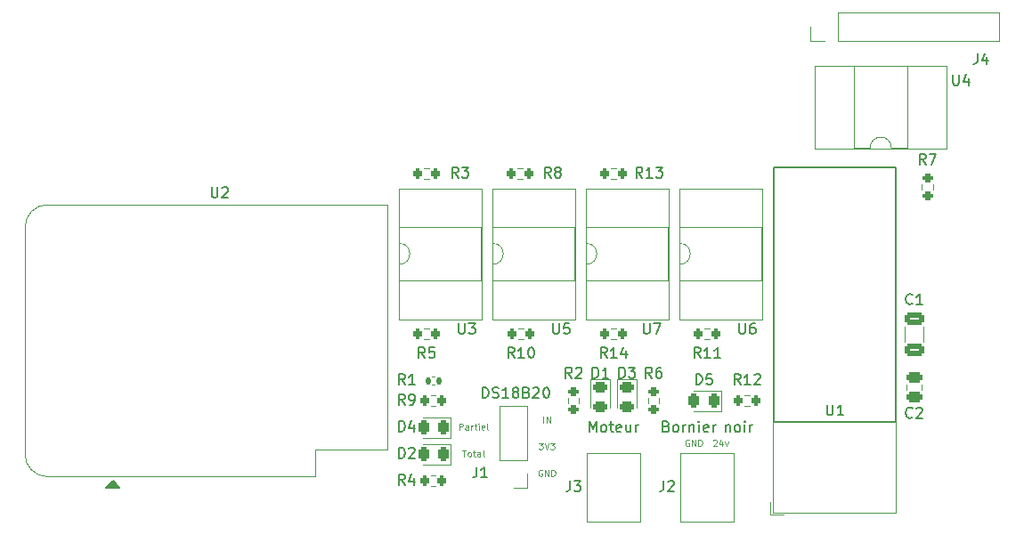
<source format=gbr>
%TF.GenerationSoftware,KiCad,Pcbnew,(7.0.0-0)*%
%TF.CreationDate,2023-05-22T11:06:43+02:00*%
%TF.ProjectId,garage-door-driver,67617261-6765-42d6-946f-6f722d647269,rev?*%
%TF.SameCoordinates,Original*%
%TF.FileFunction,Legend,Top*%
%TF.FilePolarity,Positive*%
%FSLAX46Y46*%
G04 Gerber Fmt 4.6, Leading zero omitted, Abs format (unit mm)*
G04 Created by KiCad (PCBNEW (7.0.0-0)) date 2023-05-22 11:06:43*
%MOMM*%
%LPD*%
G01*
G04 APERTURE LIST*
G04 Aperture macros list*
%AMRoundRect*
0 Rectangle with rounded corners*
0 $1 Rounding radius*
0 $2 $3 $4 $5 $6 $7 $8 $9 X,Y pos of 4 corners*
0 Add a 4 corners polygon primitive as box body*
4,1,4,$2,$3,$4,$5,$6,$7,$8,$9,$2,$3,0*
0 Add four circle primitives for the rounded corners*
1,1,$1+$1,$2,$3*
1,1,$1+$1,$4,$5*
1,1,$1+$1,$6,$7*
1,1,$1+$1,$8,$9*
0 Add four rect primitives between the rounded corners*
20,1,$1+$1,$2,$3,$4,$5,0*
20,1,$1+$1,$4,$5,$6,$7,0*
20,1,$1+$1,$6,$7,$8,$9,0*
20,1,$1+$1,$8,$9,$2,$3,0*%
G04 Aperture macros list end*
%ADD10C,0.150000*%
%ADD11C,0.125000*%
%ADD12C,0.120000*%
%ADD13C,0.100000*%
%ADD14RoundRect,0.200000X0.200000X0.275000X-0.200000X0.275000X-0.200000X-0.275000X0.200000X-0.275000X0*%
%ADD15RoundRect,0.200000X0.275000X-0.200000X0.275000X0.200000X-0.275000X0.200000X-0.275000X-0.200000X0*%
%ADD16RoundRect,0.250000X-0.650000X0.325000X-0.650000X-0.325000X0.650000X-0.325000X0.650000X0.325000X0*%
%ADD17R,1.600000X3.100000*%
%ADD18RoundRect,0.250000X0.475000X-0.250000X0.475000X0.250000X-0.475000X0.250000X-0.475000X-0.250000X0*%
%ADD19RoundRect,0.135000X0.135000X0.185000X-0.135000X0.185000X-0.135000X-0.185000X0.135000X-0.185000X0*%
%ADD20RoundRect,0.243750X0.243750X0.456250X-0.243750X0.456250X-0.243750X-0.456250X0.243750X-0.456250X0*%
%ADD21R,1.700000X1.700000*%
%ADD22O,1.700000X1.700000*%
%ADD23R,2.000000X2.000000*%
%ADD24O,1.600000X2.000000*%
%ADD25R,3.100000X1.600000*%
%ADD26RoundRect,0.243750X-0.456250X0.243750X-0.456250X-0.243750X0.456250X-0.243750X0.456250X0.243750X0*%
%ADD27C,1.300000*%
%ADD28C,1.950000*%
%ADD29RoundRect,0.200000X-0.200000X-0.275000X0.200000X-0.275000X0.200000X0.275000X-0.200000X0.275000X0*%
%ADD30R,1.500000X2.300000*%
%ADD31O,1.500000X2.300000*%
G04 APERTURE END LIST*
D10*
X185420000Y-74295000D02*
X197038000Y-74295000D01*
X197038000Y-74295000D02*
X197038000Y-98517500D01*
X197038000Y-98517500D02*
X185420000Y-98517500D01*
X185420000Y-98517500D02*
X185420000Y-74295000D01*
D11*
X163372857Y-103094000D02*
X163315715Y-103065428D01*
X163315715Y-103065428D02*
X163230000Y-103065428D01*
X163230000Y-103065428D02*
X163144286Y-103094000D01*
X163144286Y-103094000D02*
X163087143Y-103151142D01*
X163087143Y-103151142D02*
X163058572Y-103208285D01*
X163058572Y-103208285D02*
X163030000Y-103322571D01*
X163030000Y-103322571D02*
X163030000Y-103408285D01*
X163030000Y-103408285D02*
X163058572Y-103522571D01*
X163058572Y-103522571D02*
X163087143Y-103579714D01*
X163087143Y-103579714D02*
X163144286Y-103636857D01*
X163144286Y-103636857D02*
X163230000Y-103665428D01*
X163230000Y-103665428D02*
X163287143Y-103665428D01*
X163287143Y-103665428D02*
X163372857Y-103636857D01*
X163372857Y-103636857D02*
X163401429Y-103608285D01*
X163401429Y-103608285D02*
X163401429Y-103408285D01*
X163401429Y-103408285D02*
X163287143Y-103408285D01*
X163658572Y-103665428D02*
X163658572Y-103065428D01*
X163658572Y-103065428D02*
X164001429Y-103665428D01*
X164001429Y-103665428D02*
X164001429Y-103065428D01*
X164287143Y-103665428D02*
X164287143Y-103065428D01*
X164287143Y-103065428D02*
X164430000Y-103065428D01*
X164430000Y-103065428D02*
X164515714Y-103094000D01*
X164515714Y-103094000D02*
X164572857Y-103151142D01*
X164572857Y-103151142D02*
X164601428Y-103208285D01*
X164601428Y-103208285D02*
X164630000Y-103322571D01*
X164630000Y-103322571D02*
X164630000Y-103408285D01*
X164630000Y-103408285D02*
X164601428Y-103522571D01*
X164601428Y-103522571D02*
X164572857Y-103579714D01*
X164572857Y-103579714D02*
X164515714Y-103636857D01*
X164515714Y-103636857D02*
X164430000Y-103665428D01*
X164430000Y-103665428D02*
X164287143Y-103665428D01*
X177342857Y-100256000D02*
X177285715Y-100227428D01*
X177285715Y-100227428D02*
X177200000Y-100227428D01*
X177200000Y-100227428D02*
X177114286Y-100256000D01*
X177114286Y-100256000D02*
X177057143Y-100313142D01*
X177057143Y-100313142D02*
X177028572Y-100370285D01*
X177028572Y-100370285D02*
X177000000Y-100484571D01*
X177000000Y-100484571D02*
X177000000Y-100570285D01*
X177000000Y-100570285D02*
X177028572Y-100684571D01*
X177028572Y-100684571D02*
X177057143Y-100741714D01*
X177057143Y-100741714D02*
X177114286Y-100798857D01*
X177114286Y-100798857D02*
X177200000Y-100827428D01*
X177200000Y-100827428D02*
X177257143Y-100827428D01*
X177257143Y-100827428D02*
X177342857Y-100798857D01*
X177342857Y-100798857D02*
X177371429Y-100770285D01*
X177371429Y-100770285D02*
X177371429Y-100570285D01*
X177371429Y-100570285D02*
X177257143Y-100570285D01*
X177628572Y-100827428D02*
X177628572Y-100227428D01*
X177628572Y-100227428D02*
X177971429Y-100827428D01*
X177971429Y-100827428D02*
X177971429Y-100227428D01*
X178257143Y-100827428D02*
X178257143Y-100227428D01*
X178257143Y-100227428D02*
X178400000Y-100227428D01*
X178400000Y-100227428D02*
X178485714Y-100256000D01*
X178485714Y-100256000D02*
X178542857Y-100313142D01*
X178542857Y-100313142D02*
X178571428Y-100370285D01*
X178571428Y-100370285D02*
X178600000Y-100484571D01*
X178600000Y-100484571D02*
X178600000Y-100570285D01*
X178600000Y-100570285D02*
X178571428Y-100684571D01*
X178571428Y-100684571D02*
X178542857Y-100741714D01*
X178542857Y-100741714D02*
X178485714Y-100798857D01*
X178485714Y-100798857D02*
X178400000Y-100827428D01*
X178400000Y-100827428D02*
X178257143Y-100827428D01*
X155802142Y-101220428D02*
X156145000Y-101220428D01*
X155973571Y-101820428D02*
X155973571Y-101220428D01*
X156430714Y-101820428D02*
X156373571Y-101791857D01*
X156373571Y-101791857D02*
X156345000Y-101763285D01*
X156345000Y-101763285D02*
X156316428Y-101706142D01*
X156316428Y-101706142D02*
X156316428Y-101534714D01*
X156316428Y-101534714D02*
X156345000Y-101477571D01*
X156345000Y-101477571D02*
X156373571Y-101449000D01*
X156373571Y-101449000D02*
X156430714Y-101420428D01*
X156430714Y-101420428D02*
X156516428Y-101420428D01*
X156516428Y-101420428D02*
X156573571Y-101449000D01*
X156573571Y-101449000D02*
X156602143Y-101477571D01*
X156602143Y-101477571D02*
X156630714Y-101534714D01*
X156630714Y-101534714D02*
X156630714Y-101706142D01*
X156630714Y-101706142D02*
X156602143Y-101763285D01*
X156602143Y-101763285D02*
X156573571Y-101791857D01*
X156573571Y-101791857D02*
X156516428Y-101820428D01*
X156516428Y-101820428D02*
X156430714Y-101820428D01*
X156802142Y-101420428D02*
X157030714Y-101420428D01*
X156887857Y-101220428D02*
X156887857Y-101734714D01*
X156887857Y-101734714D02*
X156916428Y-101791857D01*
X156916428Y-101791857D02*
X156973571Y-101820428D01*
X156973571Y-101820428D02*
X157030714Y-101820428D01*
X157487857Y-101820428D02*
X157487857Y-101506142D01*
X157487857Y-101506142D02*
X157459285Y-101449000D01*
X157459285Y-101449000D02*
X157402142Y-101420428D01*
X157402142Y-101420428D02*
X157287857Y-101420428D01*
X157287857Y-101420428D02*
X157230714Y-101449000D01*
X157487857Y-101791857D02*
X157430714Y-101820428D01*
X157430714Y-101820428D02*
X157287857Y-101820428D01*
X157287857Y-101820428D02*
X157230714Y-101791857D01*
X157230714Y-101791857D02*
X157202142Y-101734714D01*
X157202142Y-101734714D02*
X157202142Y-101677571D01*
X157202142Y-101677571D02*
X157230714Y-101620428D01*
X157230714Y-101620428D02*
X157287857Y-101591857D01*
X157287857Y-101591857D02*
X157430714Y-101591857D01*
X157430714Y-101591857D02*
X157487857Y-101563285D01*
X157859285Y-101820428D02*
X157802142Y-101791857D01*
X157802142Y-101791857D02*
X157773571Y-101734714D01*
X157773571Y-101734714D02*
X157773571Y-101220428D01*
D10*
X175196428Y-98953571D02*
X175339285Y-99001190D01*
X175339285Y-99001190D02*
X175386904Y-99048809D01*
X175386904Y-99048809D02*
X175434523Y-99144047D01*
X175434523Y-99144047D02*
X175434523Y-99286904D01*
X175434523Y-99286904D02*
X175386904Y-99382142D01*
X175386904Y-99382142D02*
X175339285Y-99429761D01*
X175339285Y-99429761D02*
X175244047Y-99477380D01*
X175244047Y-99477380D02*
X174863095Y-99477380D01*
X174863095Y-99477380D02*
X174863095Y-98477380D01*
X174863095Y-98477380D02*
X175196428Y-98477380D01*
X175196428Y-98477380D02*
X175291666Y-98525000D01*
X175291666Y-98525000D02*
X175339285Y-98572619D01*
X175339285Y-98572619D02*
X175386904Y-98667857D01*
X175386904Y-98667857D02*
X175386904Y-98763095D01*
X175386904Y-98763095D02*
X175339285Y-98858333D01*
X175339285Y-98858333D02*
X175291666Y-98905952D01*
X175291666Y-98905952D02*
X175196428Y-98953571D01*
X175196428Y-98953571D02*
X174863095Y-98953571D01*
X176005952Y-99477380D02*
X175910714Y-99429761D01*
X175910714Y-99429761D02*
X175863095Y-99382142D01*
X175863095Y-99382142D02*
X175815476Y-99286904D01*
X175815476Y-99286904D02*
X175815476Y-99001190D01*
X175815476Y-99001190D02*
X175863095Y-98905952D01*
X175863095Y-98905952D02*
X175910714Y-98858333D01*
X175910714Y-98858333D02*
X176005952Y-98810714D01*
X176005952Y-98810714D02*
X176148809Y-98810714D01*
X176148809Y-98810714D02*
X176244047Y-98858333D01*
X176244047Y-98858333D02*
X176291666Y-98905952D01*
X176291666Y-98905952D02*
X176339285Y-99001190D01*
X176339285Y-99001190D02*
X176339285Y-99286904D01*
X176339285Y-99286904D02*
X176291666Y-99382142D01*
X176291666Y-99382142D02*
X176244047Y-99429761D01*
X176244047Y-99429761D02*
X176148809Y-99477380D01*
X176148809Y-99477380D02*
X176005952Y-99477380D01*
X176767857Y-99477380D02*
X176767857Y-98810714D01*
X176767857Y-99001190D02*
X176815476Y-98905952D01*
X176815476Y-98905952D02*
X176863095Y-98858333D01*
X176863095Y-98858333D02*
X176958333Y-98810714D01*
X176958333Y-98810714D02*
X177053571Y-98810714D01*
X177386905Y-98810714D02*
X177386905Y-99477380D01*
X177386905Y-98905952D02*
X177434524Y-98858333D01*
X177434524Y-98858333D02*
X177529762Y-98810714D01*
X177529762Y-98810714D02*
X177672619Y-98810714D01*
X177672619Y-98810714D02*
X177767857Y-98858333D01*
X177767857Y-98858333D02*
X177815476Y-98953571D01*
X177815476Y-98953571D02*
X177815476Y-99477380D01*
X178291667Y-99477380D02*
X178291667Y-98810714D01*
X178291667Y-98477380D02*
X178244048Y-98525000D01*
X178244048Y-98525000D02*
X178291667Y-98572619D01*
X178291667Y-98572619D02*
X178339286Y-98525000D01*
X178339286Y-98525000D02*
X178291667Y-98477380D01*
X178291667Y-98477380D02*
X178291667Y-98572619D01*
X179148809Y-99429761D02*
X179053571Y-99477380D01*
X179053571Y-99477380D02*
X178863095Y-99477380D01*
X178863095Y-99477380D02*
X178767857Y-99429761D01*
X178767857Y-99429761D02*
X178720238Y-99334523D01*
X178720238Y-99334523D02*
X178720238Y-98953571D01*
X178720238Y-98953571D02*
X178767857Y-98858333D01*
X178767857Y-98858333D02*
X178863095Y-98810714D01*
X178863095Y-98810714D02*
X179053571Y-98810714D01*
X179053571Y-98810714D02*
X179148809Y-98858333D01*
X179148809Y-98858333D02*
X179196428Y-98953571D01*
X179196428Y-98953571D02*
X179196428Y-99048809D01*
X179196428Y-99048809D02*
X178720238Y-99144047D01*
X179625000Y-99477380D02*
X179625000Y-98810714D01*
X179625000Y-99001190D02*
X179672619Y-98905952D01*
X179672619Y-98905952D02*
X179720238Y-98858333D01*
X179720238Y-98858333D02*
X179815476Y-98810714D01*
X179815476Y-98810714D02*
X179910714Y-98810714D01*
X180844048Y-98810714D02*
X180844048Y-99477380D01*
X180844048Y-98905952D02*
X180891667Y-98858333D01*
X180891667Y-98858333D02*
X180986905Y-98810714D01*
X180986905Y-98810714D02*
X181129762Y-98810714D01*
X181129762Y-98810714D02*
X181225000Y-98858333D01*
X181225000Y-98858333D02*
X181272619Y-98953571D01*
X181272619Y-98953571D02*
X181272619Y-99477380D01*
X181891667Y-99477380D02*
X181796429Y-99429761D01*
X181796429Y-99429761D02*
X181748810Y-99382142D01*
X181748810Y-99382142D02*
X181701191Y-99286904D01*
X181701191Y-99286904D02*
X181701191Y-99001190D01*
X181701191Y-99001190D02*
X181748810Y-98905952D01*
X181748810Y-98905952D02*
X181796429Y-98858333D01*
X181796429Y-98858333D02*
X181891667Y-98810714D01*
X181891667Y-98810714D02*
X182034524Y-98810714D01*
X182034524Y-98810714D02*
X182129762Y-98858333D01*
X182129762Y-98858333D02*
X182177381Y-98905952D01*
X182177381Y-98905952D02*
X182225000Y-99001190D01*
X182225000Y-99001190D02*
X182225000Y-99286904D01*
X182225000Y-99286904D02*
X182177381Y-99382142D01*
X182177381Y-99382142D02*
X182129762Y-99429761D01*
X182129762Y-99429761D02*
X182034524Y-99477380D01*
X182034524Y-99477380D02*
X181891667Y-99477380D01*
X182653572Y-99477380D02*
X182653572Y-98810714D01*
X182653572Y-98477380D02*
X182605953Y-98525000D01*
X182605953Y-98525000D02*
X182653572Y-98572619D01*
X182653572Y-98572619D02*
X182701191Y-98525000D01*
X182701191Y-98525000D02*
X182653572Y-98477380D01*
X182653572Y-98477380D02*
X182653572Y-98572619D01*
X183129762Y-99477380D02*
X183129762Y-98810714D01*
X183129762Y-99001190D02*
X183177381Y-98905952D01*
X183177381Y-98905952D02*
X183225000Y-98858333D01*
X183225000Y-98858333D02*
X183320238Y-98810714D01*
X183320238Y-98810714D02*
X183415476Y-98810714D01*
D11*
X163515715Y-98585428D02*
X163515715Y-97985428D01*
X163801429Y-98585428D02*
X163801429Y-97985428D01*
X163801429Y-97985428D02*
X164144286Y-98585428D01*
X164144286Y-98585428D02*
X164144286Y-97985428D01*
D10*
X157718095Y-96242380D02*
X157718095Y-95242380D01*
X157718095Y-95242380D02*
X157956190Y-95242380D01*
X157956190Y-95242380D02*
X158099047Y-95290000D01*
X158099047Y-95290000D02*
X158194285Y-95385238D01*
X158194285Y-95385238D02*
X158241904Y-95480476D01*
X158241904Y-95480476D02*
X158289523Y-95670952D01*
X158289523Y-95670952D02*
X158289523Y-95813809D01*
X158289523Y-95813809D02*
X158241904Y-96004285D01*
X158241904Y-96004285D02*
X158194285Y-96099523D01*
X158194285Y-96099523D02*
X158099047Y-96194761D01*
X158099047Y-96194761D02*
X157956190Y-96242380D01*
X157956190Y-96242380D02*
X157718095Y-96242380D01*
X158670476Y-96194761D02*
X158813333Y-96242380D01*
X158813333Y-96242380D02*
X159051428Y-96242380D01*
X159051428Y-96242380D02*
X159146666Y-96194761D01*
X159146666Y-96194761D02*
X159194285Y-96147142D01*
X159194285Y-96147142D02*
X159241904Y-96051904D01*
X159241904Y-96051904D02*
X159241904Y-95956666D01*
X159241904Y-95956666D02*
X159194285Y-95861428D01*
X159194285Y-95861428D02*
X159146666Y-95813809D01*
X159146666Y-95813809D02*
X159051428Y-95766190D01*
X159051428Y-95766190D02*
X158860952Y-95718571D01*
X158860952Y-95718571D02*
X158765714Y-95670952D01*
X158765714Y-95670952D02*
X158718095Y-95623333D01*
X158718095Y-95623333D02*
X158670476Y-95528095D01*
X158670476Y-95528095D02*
X158670476Y-95432857D01*
X158670476Y-95432857D02*
X158718095Y-95337619D01*
X158718095Y-95337619D02*
X158765714Y-95290000D01*
X158765714Y-95290000D02*
X158860952Y-95242380D01*
X158860952Y-95242380D02*
X159099047Y-95242380D01*
X159099047Y-95242380D02*
X159241904Y-95290000D01*
X160194285Y-96242380D02*
X159622857Y-96242380D01*
X159908571Y-96242380D02*
X159908571Y-95242380D01*
X159908571Y-95242380D02*
X159813333Y-95385238D01*
X159813333Y-95385238D02*
X159718095Y-95480476D01*
X159718095Y-95480476D02*
X159622857Y-95528095D01*
X160765714Y-95670952D02*
X160670476Y-95623333D01*
X160670476Y-95623333D02*
X160622857Y-95575714D01*
X160622857Y-95575714D02*
X160575238Y-95480476D01*
X160575238Y-95480476D02*
X160575238Y-95432857D01*
X160575238Y-95432857D02*
X160622857Y-95337619D01*
X160622857Y-95337619D02*
X160670476Y-95290000D01*
X160670476Y-95290000D02*
X160765714Y-95242380D01*
X160765714Y-95242380D02*
X160956190Y-95242380D01*
X160956190Y-95242380D02*
X161051428Y-95290000D01*
X161051428Y-95290000D02*
X161099047Y-95337619D01*
X161099047Y-95337619D02*
X161146666Y-95432857D01*
X161146666Y-95432857D02*
X161146666Y-95480476D01*
X161146666Y-95480476D02*
X161099047Y-95575714D01*
X161099047Y-95575714D02*
X161051428Y-95623333D01*
X161051428Y-95623333D02*
X160956190Y-95670952D01*
X160956190Y-95670952D02*
X160765714Y-95670952D01*
X160765714Y-95670952D02*
X160670476Y-95718571D01*
X160670476Y-95718571D02*
X160622857Y-95766190D01*
X160622857Y-95766190D02*
X160575238Y-95861428D01*
X160575238Y-95861428D02*
X160575238Y-96051904D01*
X160575238Y-96051904D02*
X160622857Y-96147142D01*
X160622857Y-96147142D02*
X160670476Y-96194761D01*
X160670476Y-96194761D02*
X160765714Y-96242380D01*
X160765714Y-96242380D02*
X160956190Y-96242380D01*
X160956190Y-96242380D02*
X161051428Y-96194761D01*
X161051428Y-96194761D02*
X161099047Y-96147142D01*
X161099047Y-96147142D02*
X161146666Y-96051904D01*
X161146666Y-96051904D02*
X161146666Y-95861428D01*
X161146666Y-95861428D02*
X161099047Y-95766190D01*
X161099047Y-95766190D02*
X161051428Y-95718571D01*
X161051428Y-95718571D02*
X160956190Y-95670952D01*
X161908571Y-95718571D02*
X162051428Y-95766190D01*
X162051428Y-95766190D02*
X162099047Y-95813809D01*
X162099047Y-95813809D02*
X162146666Y-95909047D01*
X162146666Y-95909047D02*
X162146666Y-96051904D01*
X162146666Y-96051904D02*
X162099047Y-96147142D01*
X162099047Y-96147142D02*
X162051428Y-96194761D01*
X162051428Y-96194761D02*
X161956190Y-96242380D01*
X161956190Y-96242380D02*
X161575238Y-96242380D01*
X161575238Y-96242380D02*
X161575238Y-95242380D01*
X161575238Y-95242380D02*
X161908571Y-95242380D01*
X161908571Y-95242380D02*
X162003809Y-95290000D01*
X162003809Y-95290000D02*
X162051428Y-95337619D01*
X162051428Y-95337619D02*
X162099047Y-95432857D01*
X162099047Y-95432857D02*
X162099047Y-95528095D01*
X162099047Y-95528095D02*
X162051428Y-95623333D01*
X162051428Y-95623333D02*
X162003809Y-95670952D01*
X162003809Y-95670952D02*
X161908571Y-95718571D01*
X161908571Y-95718571D02*
X161575238Y-95718571D01*
X162527619Y-95337619D02*
X162575238Y-95290000D01*
X162575238Y-95290000D02*
X162670476Y-95242380D01*
X162670476Y-95242380D02*
X162908571Y-95242380D01*
X162908571Y-95242380D02*
X163003809Y-95290000D01*
X163003809Y-95290000D02*
X163051428Y-95337619D01*
X163051428Y-95337619D02*
X163099047Y-95432857D01*
X163099047Y-95432857D02*
X163099047Y-95528095D01*
X163099047Y-95528095D02*
X163051428Y-95670952D01*
X163051428Y-95670952D02*
X162480000Y-96242380D01*
X162480000Y-96242380D02*
X163099047Y-96242380D01*
X163718095Y-95242380D02*
X163813333Y-95242380D01*
X163813333Y-95242380D02*
X163908571Y-95290000D01*
X163908571Y-95290000D02*
X163956190Y-95337619D01*
X163956190Y-95337619D02*
X164003809Y-95432857D01*
X164003809Y-95432857D02*
X164051428Y-95623333D01*
X164051428Y-95623333D02*
X164051428Y-95861428D01*
X164051428Y-95861428D02*
X164003809Y-96051904D01*
X164003809Y-96051904D02*
X163956190Y-96147142D01*
X163956190Y-96147142D02*
X163908571Y-96194761D01*
X163908571Y-96194761D02*
X163813333Y-96242380D01*
X163813333Y-96242380D02*
X163718095Y-96242380D01*
X163718095Y-96242380D02*
X163622857Y-96194761D01*
X163622857Y-96194761D02*
X163575238Y-96147142D01*
X163575238Y-96147142D02*
X163527619Y-96051904D01*
X163527619Y-96051904D02*
X163480000Y-95861428D01*
X163480000Y-95861428D02*
X163480000Y-95623333D01*
X163480000Y-95623333D02*
X163527619Y-95432857D01*
X163527619Y-95432857D02*
X163575238Y-95337619D01*
X163575238Y-95337619D02*
X163622857Y-95290000D01*
X163622857Y-95290000D02*
X163718095Y-95242380D01*
D11*
X179654285Y-100284571D02*
X179682857Y-100256000D01*
X179682857Y-100256000D02*
X179740000Y-100227428D01*
X179740000Y-100227428D02*
X179882857Y-100227428D01*
X179882857Y-100227428D02*
X179940000Y-100256000D01*
X179940000Y-100256000D02*
X179968571Y-100284571D01*
X179968571Y-100284571D02*
X179997142Y-100341714D01*
X179997142Y-100341714D02*
X179997142Y-100398857D01*
X179997142Y-100398857D02*
X179968571Y-100484571D01*
X179968571Y-100484571D02*
X179625714Y-100827428D01*
X179625714Y-100827428D02*
X179997142Y-100827428D01*
X180511429Y-100427428D02*
X180511429Y-100827428D01*
X180368571Y-100198857D02*
X180225714Y-100627428D01*
X180225714Y-100627428D02*
X180597143Y-100627428D01*
X180768572Y-100427428D02*
X180911429Y-100827428D01*
X180911429Y-100827428D02*
X181054286Y-100427428D01*
X155502143Y-99280428D02*
X155502143Y-98680428D01*
X155502143Y-98680428D02*
X155730714Y-98680428D01*
X155730714Y-98680428D02*
X155787857Y-98709000D01*
X155787857Y-98709000D02*
X155816428Y-98737571D01*
X155816428Y-98737571D02*
X155845000Y-98794714D01*
X155845000Y-98794714D02*
X155845000Y-98880428D01*
X155845000Y-98880428D02*
X155816428Y-98937571D01*
X155816428Y-98937571D02*
X155787857Y-98966142D01*
X155787857Y-98966142D02*
X155730714Y-98994714D01*
X155730714Y-98994714D02*
X155502143Y-98994714D01*
X156359286Y-99280428D02*
X156359286Y-98966142D01*
X156359286Y-98966142D02*
X156330714Y-98909000D01*
X156330714Y-98909000D02*
X156273571Y-98880428D01*
X156273571Y-98880428D02*
X156159286Y-98880428D01*
X156159286Y-98880428D02*
X156102143Y-98909000D01*
X156359286Y-99251857D02*
X156302143Y-99280428D01*
X156302143Y-99280428D02*
X156159286Y-99280428D01*
X156159286Y-99280428D02*
X156102143Y-99251857D01*
X156102143Y-99251857D02*
X156073571Y-99194714D01*
X156073571Y-99194714D02*
X156073571Y-99137571D01*
X156073571Y-99137571D02*
X156102143Y-99080428D01*
X156102143Y-99080428D02*
X156159286Y-99051857D01*
X156159286Y-99051857D02*
X156302143Y-99051857D01*
X156302143Y-99051857D02*
X156359286Y-99023285D01*
X156645000Y-99280428D02*
X156645000Y-98880428D01*
X156645000Y-98994714D02*
X156673571Y-98937571D01*
X156673571Y-98937571D02*
X156702143Y-98909000D01*
X156702143Y-98909000D02*
X156759285Y-98880428D01*
X156759285Y-98880428D02*
X156816428Y-98880428D01*
X156930714Y-98880428D02*
X157159286Y-98880428D01*
X157016429Y-98680428D02*
X157016429Y-99194714D01*
X157016429Y-99194714D02*
X157045000Y-99251857D01*
X157045000Y-99251857D02*
X157102143Y-99280428D01*
X157102143Y-99280428D02*
X157159286Y-99280428D01*
X157359286Y-99280428D02*
X157359286Y-98880428D01*
X157359286Y-98680428D02*
X157330714Y-98709000D01*
X157330714Y-98709000D02*
X157359286Y-98737571D01*
X157359286Y-98737571D02*
X157387857Y-98709000D01*
X157387857Y-98709000D02*
X157359286Y-98680428D01*
X157359286Y-98680428D02*
X157359286Y-98737571D01*
X157873571Y-99251857D02*
X157816428Y-99280428D01*
X157816428Y-99280428D02*
X157702143Y-99280428D01*
X157702143Y-99280428D02*
X157645000Y-99251857D01*
X157645000Y-99251857D02*
X157616428Y-99194714D01*
X157616428Y-99194714D02*
X157616428Y-98966142D01*
X157616428Y-98966142D02*
X157645000Y-98909000D01*
X157645000Y-98909000D02*
X157702143Y-98880428D01*
X157702143Y-98880428D02*
X157816428Y-98880428D01*
X157816428Y-98880428D02*
X157873571Y-98909000D01*
X157873571Y-98909000D02*
X157902143Y-98966142D01*
X157902143Y-98966142D02*
X157902143Y-99023285D01*
X157902143Y-99023285D02*
X157616428Y-99080428D01*
X158245000Y-99280428D02*
X158187857Y-99251857D01*
X158187857Y-99251857D02*
X158159286Y-99194714D01*
X158159286Y-99194714D02*
X158159286Y-98680428D01*
X163087142Y-100525428D02*
X163458570Y-100525428D01*
X163458570Y-100525428D02*
X163258570Y-100754000D01*
X163258570Y-100754000D02*
X163344285Y-100754000D01*
X163344285Y-100754000D02*
X163401428Y-100782571D01*
X163401428Y-100782571D02*
X163429999Y-100811142D01*
X163429999Y-100811142D02*
X163458570Y-100868285D01*
X163458570Y-100868285D02*
X163458570Y-101011142D01*
X163458570Y-101011142D02*
X163429999Y-101068285D01*
X163429999Y-101068285D02*
X163401428Y-101096857D01*
X163401428Y-101096857D02*
X163344285Y-101125428D01*
X163344285Y-101125428D02*
X163172856Y-101125428D01*
X163172856Y-101125428D02*
X163115713Y-101096857D01*
X163115713Y-101096857D02*
X163087142Y-101068285D01*
X163629999Y-100525428D02*
X163829999Y-101125428D01*
X163829999Y-101125428D02*
X164029999Y-100525428D01*
X164172857Y-100525428D02*
X164544285Y-100525428D01*
X164544285Y-100525428D02*
X164344285Y-100754000D01*
X164344285Y-100754000D02*
X164430000Y-100754000D01*
X164430000Y-100754000D02*
X164487143Y-100782571D01*
X164487143Y-100782571D02*
X164515714Y-100811142D01*
X164515714Y-100811142D02*
X164544285Y-100868285D01*
X164544285Y-100868285D02*
X164544285Y-101011142D01*
X164544285Y-101011142D02*
X164515714Y-101068285D01*
X164515714Y-101068285D02*
X164487143Y-101096857D01*
X164487143Y-101096857D02*
X164430000Y-101125428D01*
X164430000Y-101125428D02*
X164258571Y-101125428D01*
X164258571Y-101125428D02*
X164201428Y-101096857D01*
X164201428Y-101096857D02*
X164172857Y-101068285D01*
D10*
X167878095Y-99477380D02*
X167878095Y-98477380D01*
X167878095Y-98477380D02*
X168211428Y-99191666D01*
X168211428Y-99191666D02*
X168544761Y-98477380D01*
X168544761Y-98477380D02*
X168544761Y-99477380D01*
X169163809Y-99477380D02*
X169068571Y-99429761D01*
X169068571Y-99429761D02*
X169020952Y-99382142D01*
X169020952Y-99382142D02*
X168973333Y-99286904D01*
X168973333Y-99286904D02*
X168973333Y-99001190D01*
X168973333Y-99001190D02*
X169020952Y-98905952D01*
X169020952Y-98905952D02*
X169068571Y-98858333D01*
X169068571Y-98858333D02*
X169163809Y-98810714D01*
X169163809Y-98810714D02*
X169306666Y-98810714D01*
X169306666Y-98810714D02*
X169401904Y-98858333D01*
X169401904Y-98858333D02*
X169449523Y-98905952D01*
X169449523Y-98905952D02*
X169497142Y-99001190D01*
X169497142Y-99001190D02*
X169497142Y-99286904D01*
X169497142Y-99286904D02*
X169449523Y-99382142D01*
X169449523Y-99382142D02*
X169401904Y-99429761D01*
X169401904Y-99429761D02*
X169306666Y-99477380D01*
X169306666Y-99477380D02*
X169163809Y-99477380D01*
X169782857Y-98810714D02*
X170163809Y-98810714D01*
X169925714Y-98477380D02*
X169925714Y-99334523D01*
X169925714Y-99334523D02*
X169973333Y-99429761D01*
X169973333Y-99429761D02*
X170068571Y-99477380D01*
X170068571Y-99477380D02*
X170163809Y-99477380D01*
X170878095Y-99429761D02*
X170782857Y-99477380D01*
X170782857Y-99477380D02*
X170592381Y-99477380D01*
X170592381Y-99477380D02*
X170497143Y-99429761D01*
X170497143Y-99429761D02*
X170449524Y-99334523D01*
X170449524Y-99334523D02*
X170449524Y-98953571D01*
X170449524Y-98953571D02*
X170497143Y-98858333D01*
X170497143Y-98858333D02*
X170592381Y-98810714D01*
X170592381Y-98810714D02*
X170782857Y-98810714D01*
X170782857Y-98810714D02*
X170878095Y-98858333D01*
X170878095Y-98858333D02*
X170925714Y-98953571D01*
X170925714Y-98953571D02*
X170925714Y-99048809D01*
X170925714Y-99048809D02*
X170449524Y-99144047D01*
X171782857Y-98810714D02*
X171782857Y-99477380D01*
X171354286Y-98810714D02*
X171354286Y-99334523D01*
X171354286Y-99334523D02*
X171401905Y-99429761D01*
X171401905Y-99429761D02*
X171497143Y-99477380D01*
X171497143Y-99477380D02*
X171640000Y-99477380D01*
X171640000Y-99477380D02*
X171735238Y-99429761D01*
X171735238Y-99429761D02*
X171782857Y-99382142D01*
X172259048Y-99477380D02*
X172259048Y-98810714D01*
X172259048Y-99001190D02*
X172306667Y-98905952D01*
X172306667Y-98905952D02*
X172354286Y-98858333D01*
X172354286Y-98858333D02*
X172449524Y-98810714D01*
X172449524Y-98810714D02*
X172544762Y-98810714D01*
%TO.C,R11*%
X178427142Y-92442380D02*
X178093809Y-91966190D01*
X177855714Y-92442380D02*
X177855714Y-91442380D01*
X177855714Y-91442380D02*
X178236666Y-91442380D01*
X178236666Y-91442380D02*
X178331904Y-91490000D01*
X178331904Y-91490000D02*
X178379523Y-91537619D01*
X178379523Y-91537619D02*
X178427142Y-91632857D01*
X178427142Y-91632857D02*
X178427142Y-91775714D01*
X178427142Y-91775714D02*
X178379523Y-91870952D01*
X178379523Y-91870952D02*
X178331904Y-91918571D01*
X178331904Y-91918571D02*
X178236666Y-91966190D01*
X178236666Y-91966190D02*
X177855714Y-91966190D01*
X179379523Y-92442380D02*
X178808095Y-92442380D01*
X179093809Y-92442380D02*
X179093809Y-91442380D01*
X179093809Y-91442380D02*
X178998571Y-91585238D01*
X178998571Y-91585238D02*
X178903333Y-91680476D01*
X178903333Y-91680476D02*
X178808095Y-91728095D01*
X180331904Y-92442380D02*
X179760476Y-92442380D01*
X180046190Y-92442380D02*
X180046190Y-91442380D01*
X180046190Y-91442380D02*
X179950952Y-91585238D01*
X179950952Y-91585238D02*
X179855714Y-91680476D01*
X179855714Y-91680476D02*
X179760476Y-91728095D01*
%TO.C,R6*%
X173823333Y-94347380D02*
X173490000Y-93871190D01*
X173251905Y-94347380D02*
X173251905Y-93347380D01*
X173251905Y-93347380D02*
X173632857Y-93347380D01*
X173632857Y-93347380D02*
X173728095Y-93395000D01*
X173728095Y-93395000D02*
X173775714Y-93442619D01*
X173775714Y-93442619D02*
X173823333Y-93537857D01*
X173823333Y-93537857D02*
X173823333Y-93680714D01*
X173823333Y-93680714D02*
X173775714Y-93775952D01*
X173775714Y-93775952D02*
X173728095Y-93823571D01*
X173728095Y-93823571D02*
X173632857Y-93871190D01*
X173632857Y-93871190D02*
X173251905Y-93871190D01*
X174680476Y-93347380D02*
X174490000Y-93347380D01*
X174490000Y-93347380D02*
X174394762Y-93395000D01*
X174394762Y-93395000D02*
X174347143Y-93442619D01*
X174347143Y-93442619D02*
X174251905Y-93585476D01*
X174251905Y-93585476D02*
X174204286Y-93775952D01*
X174204286Y-93775952D02*
X174204286Y-94156904D01*
X174204286Y-94156904D02*
X174251905Y-94252142D01*
X174251905Y-94252142D02*
X174299524Y-94299761D01*
X174299524Y-94299761D02*
X174394762Y-94347380D01*
X174394762Y-94347380D02*
X174585238Y-94347380D01*
X174585238Y-94347380D02*
X174680476Y-94299761D01*
X174680476Y-94299761D02*
X174728095Y-94252142D01*
X174728095Y-94252142D02*
X174775714Y-94156904D01*
X174775714Y-94156904D02*
X174775714Y-93918809D01*
X174775714Y-93918809D02*
X174728095Y-93823571D01*
X174728095Y-93823571D02*
X174680476Y-93775952D01*
X174680476Y-93775952D02*
X174585238Y-93728333D01*
X174585238Y-93728333D02*
X174394762Y-93728333D01*
X174394762Y-93728333D02*
X174299524Y-93775952D01*
X174299524Y-93775952D02*
X174251905Y-93823571D01*
X174251905Y-93823571D02*
X174204286Y-93918809D01*
%TO.C,C1*%
X198588333Y-87267142D02*
X198540714Y-87314761D01*
X198540714Y-87314761D02*
X198397857Y-87362380D01*
X198397857Y-87362380D02*
X198302619Y-87362380D01*
X198302619Y-87362380D02*
X198159762Y-87314761D01*
X198159762Y-87314761D02*
X198064524Y-87219523D01*
X198064524Y-87219523D02*
X198016905Y-87124285D01*
X198016905Y-87124285D02*
X197969286Y-86933809D01*
X197969286Y-86933809D02*
X197969286Y-86790952D01*
X197969286Y-86790952D02*
X198016905Y-86600476D01*
X198016905Y-86600476D02*
X198064524Y-86505238D01*
X198064524Y-86505238D02*
X198159762Y-86410000D01*
X198159762Y-86410000D02*
X198302619Y-86362380D01*
X198302619Y-86362380D02*
X198397857Y-86362380D01*
X198397857Y-86362380D02*
X198540714Y-86410000D01*
X198540714Y-86410000D02*
X198588333Y-86457619D01*
X199540714Y-87362380D02*
X198969286Y-87362380D01*
X199255000Y-87362380D02*
X199255000Y-86362380D01*
X199255000Y-86362380D02*
X199159762Y-86505238D01*
X199159762Y-86505238D02*
X199064524Y-86600476D01*
X199064524Y-86600476D02*
X198969286Y-86648095D01*
%TO.C,U3*%
X155448095Y-89152380D02*
X155448095Y-89961904D01*
X155448095Y-89961904D02*
X155495714Y-90057142D01*
X155495714Y-90057142D02*
X155543333Y-90104761D01*
X155543333Y-90104761D02*
X155638571Y-90152380D01*
X155638571Y-90152380D02*
X155829047Y-90152380D01*
X155829047Y-90152380D02*
X155924285Y-90104761D01*
X155924285Y-90104761D02*
X155971904Y-90057142D01*
X155971904Y-90057142D02*
X156019523Y-89961904D01*
X156019523Y-89961904D02*
X156019523Y-89152380D01*
X156400476Y-89152380D02*
X157019523Y-89152380D01*
X157019523Y-89152380D02*
X156686190Y-89533333D01*
X156686190Y-89533333D02*
X156829047Y-89533333D01*
X156829047Y-89533333D02*
X156924285Y-89580952D01*
X156924285Y-89580952D02*
X156971904Y-89628571D01*
X156971904Y-89628571D02*
X157019523Y-89723809D01*
X157019523Y-89723809D02*
X157019523Y-89961904D01*
X157019523Y-89961904D02*
X156971904Y-90057142D01*
X156971904Y-90057142D02*
X156924285Y-90104761D01*
X156924285Y-90104761D02*
X156829047Y-90152380D01*
X156829047Y-90152380D02*
X156543333Y-90152380D01*
X156543333Y-90152380D02*
X156448095Y-90104761D01*
X156448095Y-90104761D02*
X156400476Y-90057142D01*
%TO.C,C2*%
X198588333Y-98062142D02*
X198540714Y-98109761D01*
X198540714Y-98109761D02*
X198397857Y-98157380D01*
X198397857Y-98157380D02*
X198302619Y-98157380D01*
X198302619Y-98157380D02*
X198159762Y-98109761D01*
X198159762Y-98109761D02*
X198064524Y-98014523D01*
X198064524Y-98014523D02*
X198016905Y-97919285D01*
X198016905Y-97919285D02*
X197969286Y-97728809D01*
X197969286Y-97728809D02*
X197969286Y-97585952D01*
X197969286Y-97585952D02*
X198016905Y-97395476D01*
X198016905Y-97395476D02*
X198064524Y-97300238D01*
X198064524Y-97300238D02*
X198159762Y-97205000D01*
X198159762Y-97205000D02*
X198302619Y-97157380D01*
X198302619Y-97157380D02*
X198397857Y-97157380D01*
X198397857Y-97157380D02*
X198540714Y-97205000D01*
X198540714Y-97205000D02*
X198588333Y-97252619D01*
X198969286Y-97252619D02*
X199016905Y-97205000D01*
X199016905Y-97205000D02*
X199112143Y-97157380D01*
X199112143Y-97157380D02*
X199350238Y-97157380D01*
X199350238Y-97157380D02*
X199445476Y-97205000D01*
X199445476Y-97205000D02*
X199493095Y-97252619D01*
X199493095Y-97252619D02*
X199540714Y-97347857D01*
X199540714Y-97347857D02*
X199540714Y-97443095D01*
X199540714Y-97443095D02*
X199493095Y-97585952D01*
X199493095Y-97585952D02*
X198921667Y-98157380D01*
X198921667Y-98157380D02*
X199540714Y-98157380D01*
%TO.C,U5*%
X164426095Y-89152380D02*
X164426095Y-89961904D01*
X164426095Y-89961904D02*
X164473714Y-90057142D01*
X164473714Y-90057142D02*
X164521333Y-90104761D01*
X164521333Y-90104761D02*
X164616571Y-90152380D01*
X164616571Y-90152380D02*
X164807047Y-90152380D01*
X164807047Y-90152380D02*
X164902285Y-90104761D01*
X164902285Y-90104761D02*
X164949904Y-90057142D01*
X164949904Y-90057142D02*
X164997523Y-89961904D01*
X164997523Y-89961904D02*
X164997523Y-89152380D01*
X165949904Y-89152380D02*
X165473714Y-89152380D01*
X165473714Y-89152380D02*
X165426095Y-89628571D01*
X165426095Y-89628571D02*
X165473714Y-89580952D01*
X165473714Y-89580952D02*
X165568952Y-89533333D01*
X165568952Y-89533333D02*
X165807047Y-89533333D01*
X165807047Y-89533333D02*
X165902285Y-89580952D01*
X165902285Y-89580952D02*
X165949904Y-89628571D01*
X165949904Y-89628571D02*
X165997523Y-89723809D01*
X165997523Y-89723809D02*
X165997523Y-89961904D01*
X165997523Y-89961904D02*
X165949904Y-90057142D01*
X165949904Y-90057142D02*
X165902285Y-90104761D01*
X165902285Y-90104761D02*
X165807047Y-90152380D01*
X165807047Y-90152380D02*
X165568952Y-90152380D01*
X165568952Y-90152380D02*
X165473714Y-90104761D01*
X165473714Y-90104761D02*
X165426095Y-90057142D01*
%TO.C,R1*%
X150328333Y-94982380D02*
X149995000Y-94506190D01*
X149756905Y-94982380D02*
X149756905Y-93982380D01*
X149756905Y-93982380D02*
X150137857Y-93982380D01*
X150137857Y-93982380D02*
X150233095Y-94030000D01*
X150233095Y-94030000D02*
X150280714Y-94077619D01*
X150280714Y-94077619D02*
X150328333Y-94172857D01*
X150328333Y-94172857D02*
X150328333Y-94315714D01*
X150328333Y-94315714D02*
X150280714Y-94410952D01*
X150280714Y-94410952D02*
X150233095Y-94458571D01*
X150233095Y-94458571D02*
X150137857Y-94506190D01*
X150137857Y-94506190D02*
X149756905Y-94506190D01*
X151280714Y-94982380D02*
X150709286Y-94982380D01*
X150995000Y-94982380D02*
X150995000Y-93982380D01*
X150995000Y-93982380D02*
X150899762Y-94125238D01*
X150899762Y-94125238D02*
X150804524Y-94220476D01*
X150804524Y-94220476D02*
X150709286Y-94268095D01*
%TO.C,D2*%
X149756905Y-101967380D02*
X149756905Y-100967380D01*
X149756905Y-100967380D02*
X149995000Y-100967380D01*
X149995000Y-100967380D02*
X150137857Y-101015000D01*
X150137857Y-101015000D02*
X150233095Y-101110238D01*
X150233095Y-101110238D02*
X150280714Y-101205476D01*
X150280714Y-101205476D02*
X150328333Y-101395952D01*
X150328333Y-101395952D02*
X150328333Y-101538809D01*
X150328333Y-101538809D02*
X150280714Y-101729285D01*
X150280714Y-101729285D02*
X150233095Y-101824523D01*
X150233095Y-101824523D02*
X150137857Y-101919761D01*
X150137857Y-101919761D02*
X149995000Y-101967380D01*
X149995000Y-101967380D02*
X149756905Y-101967380D01*
X150709286Y-101062619D02*
X150756905Y-101015000D01*
X150756905Y-101015000D02*
X150852143Y-100967380D01*
X150852143Y-100967380D02*
X151090238Y-100967380D01*
X151090238Y-100967380D02*
X151185476Y-101015000D01*
X151185476Y-101015000D02*
X151233095Y-101062619D01*
X151233095Y-101062619D02*
X151280714Y-101157857D01*
X151280714Y-101157857D02*
X151280714Y-101253095D01*
X151280714Y-101253095D02*
X151233095Y-101395952D01*
X151233095Y-101395952D02*
X150661667Y-101967380D01*
X150661667Y-101967380D02*
X151280714Y-101967380D01*
%TO.C,R14*%
X169537142Y-92442380D02*
X169203809Y-91966190D01*
X168965714Y-92442380D02*
X168965714Y-91442380D01*
X168965714Y-91442380D02*
X169346666Y-91442380D01*
X169346666Y-91442380D02*
X169441904Y-91490000D01*
X169441904Y-91490000D02*
X169489523Y-91537619D01*
X169489523Y-91537619D02*
X169537142Y-91632857D01*
X169537142Y-91632857D02*
X169537142Y-91775714D01*
X169537142Y-91775714D02*
X169489523Y-91870952D01*
X169489523Y-91870952D02*
X169441904Y-91918571D01*
X169441904Y-91918571D02*
X169346666Y-91966190D01*
X169346666Y-91966190D02*
X168965714Y-91966190D01*
X170489523Y-92442380D02*
X169918095Y-92442380D01*
X170203809Y-92442380D02*
X170203809Y-91442380D01*
X170203809Y-91442380D02*
X170108571Y-91585238D01*
X170108571Y-91585238D02*
X170013333Y-91680476D01*
X170013333Y-91680476D02*
X169918095Y-91728095D01*
X171346666Y-91775714D02*
X171346666Y-92442380D01*
X171108571Y-91394761D02*
X170870476Y-92109047D01*
X170870476Y-92109047D02*
X171489523Y-92109047D01*
%TO.C,R7*%
X199858333Y-74027380D02*
X199525000Y-73551190D01*
X199286905Y-74027380D02*
X199286905Y-73027380D01*
X199286905Y-73027380D02*
X199667857Y-73027380D01*
X199667857Y-73027380D02*
X199763095Y-73075000D01*
X199763095Y-73075000D02*
X199810714Y-73122619D01*
X199810714Y-73122619D02*
X199858333Y-73217857D01*
X199858333Y-73217857D02*
X199858333Y-73360714D01*
X199858333Y-73360714D02*
X199810714Y-73455952D01*
X199810714Y-73455952D02*
X199763095Y-73503571D01*
X199763095Y-73503571D02*
X199667857Y-73551190D01*
X199667857Y-73551190D02*
X199286905Y-73551190D01*
X200191667Y-73027380D02*
X200858333Y-73027380D01*
X200858333Y-73027380D02*
X200429762Y-74027380D01*
%TO.C,R12*%
X182237142Y-94982380D02*
X181903809Y-94506190D01*
X181665714Y-94982380D02*
X181665714Y-93982380D01*
X181665714Y-93982380D02*
X182046666Y-93982380D01*
X182046666Y-93982380D02*
X182141904Y-94030000D01*
X182141904Y-94030000D02*
X182189523Y-94077619D01*
X182189523Y-94077619D02*
X182237142Y-94172857D01*
X182237142Y-94172857D02*
X182237142Y-94315714D01*
X182237142Y-94315714D02*
X182189523Y-94410952D01*
X182189523Y-94410952D02*
X182141904Y-94458571D01*
X182141904Y-94458571D02*
X182046666Y-94506190D01*
X182046666Y-94506190D02*
X181665714Y-94506190D01*
X183189523Y-94982380D02*
X182618095Y-94982380D01*
X182903809Y-94982380D02*
X182903809Y-93982380D01*
X182903809Y-93982380D02*
X182808571Y-94125238D01*
X182808571Y-94125238D02*
X182713333Y-94220476D01*
X182713333Y-94220476D02*
X182618095Y-94268095D01*
X183570476Y-94077619D02*
X183618095Y-94030000D01*
X183618095Y-94030000D02*
X183713333Y-93982380D01*
X183713333Y-93982380D02*
X183951428Y-93982380D01*
X183951428Y-93982380D02*
X184046666Y-94030000D01*
X184046666Y-94030000D02*
X184094285Y-94077619D01*
X184094285Y-94077619D02*
X184141904Y-94172857D01*
X184141904Y-94172857D02*
X184141904Y-94268095D01*
X184141904Y-94268095D02*
X184094285Y-94410952D01*
X184094285Y-94410952D02*
X183522857Y-94982380D01*
X183522857Y-94982380D02*
X184141904Y-94982380D01*
%TO.C,R10*%
X160735142Y-92442380D02*
X160401809Y-91966190D01*
X160163714Y-92442380D02*
X160163714Y-91442380D01*
X160163714Y-91442380D02*
X160544666Y-91442380D01*
X160544666Y-91442380D02*
X160639904Y-91490000D01*
X160639904Y-91490000D02*
X160687523Y-91537619D01*
X160687523Y-91537619D02*
X160735142Y-91632857D01*
X160735142Y-91632857D02*
X160735142Y-91775714D01*
X160735142Y-91775714D02*
X160687523Y-91870952D01*
X160687523Y-91870952D02*
X160639904Y-91918571D01*
X160639904Y-91918571D02*
X160544666Y-91966190D01*
X160544666Y-91966190D02*
X160163714Y-91966190D01*
X161687523Y-92442380D02*
X161116095Y-92442380D01*
X161401809Y-92442380D02*
X161401809Y-91442380D01*
X161401809Y-91442380D02*
X161306571Y-91585238D01*
X161306571Y-91585238D02*
X161211333Y-91680476D01*
X161211333Y-91680476D02*
X161116095Y-91728095D01*
X162306571Y-91442380D02*
X162401809Y-91442380D01*
X162401809Y-91442380D02*
X162497047Y-91490000D01*
X162497047Y-91490000D02*
X162544666Y-91537619D01*
X162544666Y-91537619D02*
X162592285Y-91632857D01*
X162592285Y-91632857D02*
X162639904Y-91823333D01*
X162639904Y-91823333D02*
X162639904Y-92061428D01*
X162639904Y-92061428D02*
X162592285Y-92251904D01*
X162592285Y-92251904D02*
X162544666Y-92347142D01*
X162544666Y-92347142D02*
X162497047Y-92394761D01*
X162497047Y-92394761D02*
X162401809Y-92442380D01*
X162401809Y-92442380D02*
X162306571Y-92442380D01*
X162306571Y-92442380D02*
X162211333Y-92394761D01*
X162211333Y-92394761D02*
X162163714Y-92347142D01*
X162163714Y-92347142D02*
X162116095Y-92251904D01*
X162116095Y-92251904D02*
X162068476Y-92061428D01*
X162068476Y-92061428D02*
X162068476Y-91823333D01*
X162068476Y-91823333D02*
X162116095Y-91632857D01*
X162116095Y-91632857D02*
X162163714Y-91537619D01*
X162163714Y-91537619D02*
X162211333Y-91490000D01*
X162211333Y-91490000D02*
X162306571Y-91442380D01*
%TO.C,D5*%
X178029405Y-94982380D02*
X178029405Y-93982380D01*
X178029405Y-93982380D02*
X178267500Y-93982380D01*
X178267500Y-93982380D02*
X178410357Y-94030000D01*
X178410357Y-94030000D02*
X178505595Y-94125238D01*
X178505595Y-94125238D02*
X178553214Y-94220476D01*
X178553214Y-94220476D02*
X178600833Y-94410952D01*
X178600833Y-94410952D02*
X178600833Y-94553809D01*
X178600833Y-94553809D02*
X178553214Y-94744285D01*
X178553214Y-94744285D02*
X178505595Y-94839523D01*
X178505595Y-94839523D02*
X178410357Y-94934761D01*
X178410357Y-94934761D02*
X178267500Y-94982380D01*
X178267500Y-94982380D02*
X178029405Y-94982380D01*
X179505595Y-93982380D02*
X179029405Y-93982380D01*
X179029405Y-93982380D02*
X178981786Y-94458571D01*
X178981786Y-94458571D02*
X179029405Y-94410952D01*
X179029405Y-94410952D02*
X179124643Y-94363333D01*
X179124643Y-94363333D02*
X179362738Y-94363333D01*
X179362738Y-94363333D02*
X179457976Y-94410952D01*
X179457976Y-94410952D02*
X179505595Y-94458571D01*
X179505595Y-94458571D02*
X179553214Y-94553809D01*
X179553214Y-94553809D02*
X179553214Y-94791904D01*
X179553214Y-94791904D02*
X179505595Y-94887142D01*
X179505595Y-94887142D02*
X179457976Y-94934761D01*
X179457976Y-94934761D02*
X179362738Y-94982380D01*
X179362738Y-94982380D02*
X179124643Y-94982380D01*
X179124643Y-94982380D02*
X179029405Y-94934761D01*
X179029405Y-94934761D02*
X178981786Y-94887142D01*
%TO.C,J1*%
X157146666Y-102812380D02*
X157146666Y-103526666D01*
X157146666Y-103526666D02*
X157099047Y-103669523D01*
X157099047Y-103669523D02*
X157003809Y-103764761D01*
X157003809Y-103764761D02*
X156860952Y-103812380D01*
X156860952Y-103812380D02*
X156765714Y-103812380D01*
X158146666Y-103812380D02*
X157575238Y-103812380D01*
X157860952Y-103812380D02*
X157860952Y-102812380D01*
X157860952Y-102812380D02*
X157765714Y-102955238D01*
X157765714Y-102955238D02*
X157670476Y-103050476D01*
X157670476Y-103050476D02*
X157575238Y-103098095D01*
%TO.C,U2*%
X131953095Y-76202380D02*
X131953095Y-77011904D01*
X131953095Y-77011904D02*
X132000714Y-77107142D01*
X132000714Y-77107142D02*
X132048333Y-77154761D01*
X132048333Y-77154761D02*
X132143571Y-77202380D01*
X132143571Y-77202380D02*
X132334047Y-77202380D01*
X132334047Y-77202380D02*
X132429285Y-77154761D01*
X132429285Y-77154761D02*
X132476904Y-77107142D01*
X132476904Y-77107142D02*
X132524523Y-77011904D01*
X132524523Y-77011904D02*
X132524523Y-76202380D01*
X132953095Y-76297619D02*
X133000714Y-76250000D01*
X133000714Y-76250000D02*
X133095952Y-76202380D01*
X133095952Y-76202380D02*
X133334047Y-76202380D01*
X133334047Y-76202380D02*
X133429285Y-76250000D01*
X133429285Y-76250000D02*
X133476904Y-76297619D01*
X133476904Y-76297619D02*
X133524523Y-76392857D01*
X133524523Y-76392857D02*
X133524523Y-76488095D01*
X133524523Y-76488095D02*
X133476904Y-76630952D01*
X133476904Y-76630952D02*
X132905476Y-77202380D01*
X132905476Y-77202380D02*
X133524523Y-77202380D01*
%TO.C,U4*%
X202438095Y-65494380D02*
X202438095Y-66303904D01*
X202438095Y-66303904D02*
X202485714Y-66399142D01*
X202485714Y-66399142D02*
X202533333Y-66446761D01*
X202533333Y-66446761D02*
X202628571Y-66494380D01*
X202628571Y-66494380D02*
X202819047Y-66494380D01*
X202819047Y-66494380D02*
X202914285Y-66446761D01*
X202914285Y-66446761D02*
X202961904Y-66399142D01*
X202961904Y-66399142D02*
X203009523Y-66303904D01*
X203009523Y-66303904D02*
X203009523Y-65494380D01*
X203914285Y-65827714D02*
X203914285Y-66494380D01*
X203676190Y-65446761D02*
X203438095Y-66161047D01*
X203438095Y-66161047D02*
X204057142Y-66161047D01*
%TO.C,J4*%
X204771666Y-63502380D02*
X204771666Y-64216666D01*
X204771666Y-64216666D02*
X204724047Y-64359523D01*
X204724047Y-64359523D02*
X204628809Y-64454761D01*
X204628809Y-64454761D02*
X204485952Y-64502380D01*
X204485952Y-64502380D02*
X204390714Y-64502380D01*
X205676428Y-63835714D02*
X205676428Y-64502380D01*
X205438333Y-63454761D02*
X205200238Y-64169047D01*
X205200238Y-64169047D02*
X205819285Y-64169047D01*
%TO.C,D1*%
X168171905Y-94347380D02*
X168171905Y-93347380D01*
X168171905Y-93347380D02*
X168410000Y-93347380D01*
X168410000Y-93347380D02*
X168552857Y-93395000D01*
X168552857Y-93395000D02*
X168648095Y-93490238D01*
X168648095Y-93490238D02*
X168695714Y-93585476D01*
X168695714Y-93585476D02*
X168743333Y-93775952D01*
X168743333Y-93775952D02*
X168743333Y-93918809D01*
X168743333Y-93918809D02*
X168695714Y-94109285D01*
X168695714Y-94109285D02*
X168648095Y-94204523D01*
X168648095Y-94204523D02*
X168552857Y-94299761D01*
X168552857Y-94299761D02*
X168410000Y-94347380D01*
X168410000Y-94347380D02*
X168171905Y-94347380D01*
X169695714Y-94347380D02*
X169124286Y-94347380D01*
X169410000Y-94347380D02*
X169410000Y-93347380D01*
X169410000Y-93347380D02*
X169314762Y-93490238D01*
X169314762Y-93490238D02*
X169219524Y-93585476D01*
X169219524Y-93585476D02*
X169124286Y-93633095D01*
%TO.C,J2*%
X174926666Y-104142380D02*
X174926666Y-104856666D01*
X174926666Y-104856666D02*
X174879047Y-104999523D01*
X174879047Y-104999523D02*
X174783809Y-105094761D01*
X174783809Y-105094761D02*
X174640952Y-105142380D01*
X174640952Y-105142380D02*
X174545714Y-105142380D01*
X175355238Y-104237619D02*
X175402857Y-104190000D01*
X175402857Y-104190000D02*
X175498095Y-104142380D01*
X175498095Y-104142380D02*
X175736190Y-104142380D01*
X175736190Y-104142380D02*
X175831428Y-104190000D01*
X175831428Y-104190000D02*
X175879047Y-104237619D01*
X175879047Y-104237619D02*
X175926666Y-104332857D01*
X175926666Y-104332857D02*
X175926666Y-104428095D01*
X175926666Y-104428095D02*
X175879047Y-104570952D01*
X175879047Y-104570952D02*
X175307619Y-105142380D01*
X175307619Y-105142380D02*
X175926666Y-105142380D01*
%TO.C,R4*%
X150328333Y-104507380D02*
X149995000Y-104031190D01*
X149756905Y-104507380D02*
X149756905Y-103507380D01*
X149756905Y-103507380D02*
X150137857Y-103507380D01*
X150137857Y-103507380D02*
X150233095Y-103555000D01*
X150233095Y-103555000D02*
X150280714Y-103602619D01*
X150280714Y-103602619D02*
X150328333Y-103697857D01*
X150328333Y-103697857D02*
X150328333Y-103840714D01*
X150328333Y-103840714D02*
X150280714Y-103935952D01*
X150280714Y-103935952D02*
X150233095Y-103983571D01*
X150233095Y-103983571D02*
X150137857Y-104031190D01*
X150137857Y-104031190D02*
X149756905Y-104031190D01*
X151185476Y-103840714D02*
X151185476Y-104507380D01*
X150947381Y-103459761D02*
X150709286Y-104174047D01*
X150709286Y-104174047D02*
X151328333Y-104174047D01*
%TO.C,U1*%
X190466095Y-96884880D02*
X190466095Y-97694404D01*
X190466095Y-97694404D02*
X190513714Y-97789642D01*
X190513714Y-97789642D02*
X190561333Y-97837261D01*
X190561333Y-97837261D02*
X190656571Y-97884880D01*
X190656571Y-97884880D02*
X190847047Y-97884880D01*
X190847047Y-97884880D02*
X190942285Y-97837261D01*
X190942285Y-97837261D02*
X190989904Y-97789642D01*
X190989904Y-97789642D02*
X191037523Y-97694404D01*
X191037523Y-97694404D02*
X191037523Y-96884880D01*
X192037523Y-97884880D02*
X191466095Y-97884880D01*
X191751809Y-97884880D02*
X191751809Y-96884880D01*
X191751809Y-96884880D02*
X191656571Y-97027738D01*
X191656571Y-97027738D02*
X191561333Y-97122976D01*
X191561333Y-97122976D02*
X191466095Y-97170595D01*
%TO.C,R13*%
X172909142Y-75297380D02*
X172575809Y-74821190D01*
X172337714Y-75297380D02*
X172337714Y-74297380D01*
X172337714Y-74297380D02*
X172718666Y-74297380D01*
X172718666Y-74297380D02*
X172813904Y-74345000D01*
X172813904Y-74345000D02*
X172861523Y-74392619D01*
X172861523Y-74392619D02*
X172909142Y-74487857D01*
X172909142Y-74487857D02*
X172909142Y-74630714D01*
X172909142Y-74630714D02*
X172861523Y-74725952D01*
X172861523Y-74725952D02*
X172813904Y-74773571D01*
X172813904Y-74773571D02*
X172718666Y-74821190D01*
X172718666Y-74821190D02*
X172337714Y-74821190D01*
X173861523Y-75297380D02*
X173290095Y-75297380D01*
X173575809Y-75297380D02*
X173575809Y-74297380D01*
X173575809Y-74297380D02*
X173480571Y-74440238D01*
X173480571Y-74440238D02*
X173385333Y-74535476D01*
X173385333Y-74535476D02*
X173290095Y-74583095D01*
X174194857Y-74297380D02*
X174813904Y-74297380D01*
X174813904Y-74297380D02*
X174480571Y-74678333D01*
X174480571Y-74678333D02*
X174623428Y-74678333D01*
X174623428Y-74678333D02*
X174718666Y-74725952D01*
X174718666Y-74725952D02*
X174766285Y-74773571D01*
X174766285Y-74773571D02*
X174813904Y-74868809D01*
X174813904Y-74868809D02*
X174813904Y-75106904D01*
X174813904Y-75106904D02*
X174766285Y-75202142D01*
X174766285Y-75202142D02*
X174718666Y-75249761D01*
X174718666Y-75249761D02*
X174623428Y-75297380D01*
X174623428Y-75297380D02*
X174337714Y-75297380D01*
X174337714Y-75297380D02*
X174242476Y-75249761D01*
X174242476Y-75249761D02*
X174194857Y-75202142D01*
%TO.C,D4*%
X149756905Y-99427380D02*
X149756905Y-98427380D01*
X149756905Y-98427380D02*
X149995000Y-98427380D01*
X149995000Y-98427380D02*
X150137857Y-98475000D01*
X150137857Y-98475000D02*
X150233095Y-98570238D01*
X150233095Y-98570238D02*
X150280714Y-98665476D01*
X150280714Y-98665476D02*
X150328333Y-98855952D01*
X150328333Y-98855952D02*
X150328333Y-98998809D01*
X150328333Y-98998809D02*
X150280714Y-99189285D01*
X150280714Y-99189285D02*
X150233095Y-99284523D01*
X150233095Y-99284523D02*
X150137857Y-99379761D01*
X150137857Y-99379761D02*
X149995000Y-99427380D01*
X149995000Y-99427380D02*
X149756905Y-99427380D01*
X151185476Y-98760714D02*
X151185476Y-99427380D01*
X150947381Y-98379761D02*
X150709286Y-99094047D01*
X150709286Y-99094047D02*
X151328333Y-99094047D01*
%TO.C,R3*%
X155408333Y-75297380D02*
X155075000Y-74821190D01*
X154836905Y-75297380D02*
X154836905Y-74297380D01*
X154836905Y-74297380D02*
X155217857Y-74297380D01*
X155217857Y-74297380D02*
X155313095Y-74345000D01*
X155313095Y-74345000D02*
X155360714Y-74392619D01*
X155360714Y-74392619D02*
X155408333Y-74487857D01*
X155408333Y-74487857D02*
X155408333Y-74630714D01*
X155408333Y-74630714D02*
X155360714Y-74725952D01*
X155360714Y-74725952D02*
X155313095Y-74773571D01*
X155313095Y-74773571D02*
X155217857Y-74821190D01*
X155217857Y-74821190D02*
X154836905Y-74821190D01*
X155741667Y-74297380D02*
X156360714Y-74297380D01*
X156360714Y-74297380D02*
X156027381Y-74678333D01*
X156027381Y-74678333D02*
X156170238Y-74678333D01*
X156170238Y-74678333D02*
X156265476Y-74725952D01*
X156265476Y-74725952D02*
X156313095Y-74773571D01*
X156313095Y-74773571D02*
X156360714Y-74868809D01*
X156360714Y-74868809D02*
X156360714Y-75106904D01*
X156360714Y-75106904D02*
X156313095Y-75202142D01*
X156313095Y-75202142D02*
X156265476Y-75249761D01*
X156265476Y-75249761D02*
X156170238Y-75297380D01*
X156170238Y-75297380D02*
X155884524Y-75297380D01*
X155884524Y-75297380D02*
X155789286Y-75249761D01*
X155789286Y-75249761D02*
X155741667Y-75202142D01*
%TO.C,D3*%
X170711905Y-94347380D02*
X170711905Y-93347380D01*
X170711905Y-93347380D02*
X170950000Y-93347380D01*
X170950000Y-93347380D02*
X171092857Y-93395000D01*
X171092857Y-93395000D02*
X171188095Y-93490238D01*
X171188095Y-93490238D02*
X171235714Y-93585476D01*
X171235714Y-93585476D02*
X171283333Y-93775952D01*
X171283333Y-93775952D02*
X171283333Y-93918809D01*
X171283333Y-93918809D02*
X171235714Y-94109285D01*
X171235714Y-94109285D02*
X171188095Y-94204523D01*
X171188095Y-94204523D02*
X171092857Y-94299761D01*
X171092857Y-94299761D02*
X170950000Y-94347380D01*
X170950000Y-94347380D02*
X170711905Y-94347380D01*
X171616667Y-93347380D02*
X172235714Y-93347380D01*
X172235714Y-93347380D02*
X171902381Y-93728333D01*
X171902381Y-93728333D02*
X172045238Y-93728333D01*
X172045238Y-93728333D02*
X172140476Y-93775952D01*
X172140476Y-93775952D02*
X172188095Y-93823571D01*
X172188095Y-93823571D02*
X172235714Y-93918809D01*
X172235714Y-93918809D02*
X172235714Y-94156904D01*
X172235714Y-94156904D02*
X172188095Y-94252142D01*
X172188095Y-94252142D02*
X172140476Y-94299761D01*
X172140476Y-94299761D02*
X172045238Y-94347380D01*
X172045238Y-94347380D02*
X171759524Y-94347380D01*
X171759524Y-94347380D02*
X171664286Y-94299761D01*
X171664286Y-94299761D02*
X171616667Y-94252142D01*
%TO.C,J3*%
X166036666Y-104142380D02*
X166036666Y-104856666D01*
X166036666Y-104856666D02*
X165989047Y-104999523D01*
X165989047Y-104999523D02*
X165893809Y-105094761D01*
X165893809Y-105094761D02*
X165750952Y-105142380D01*
X165750952Y-105142380D02*
X165655714Y-105142380D01*
X166417619Y-104142380D02*
X167036666Y-104142380D01*
X167036666Y-104142380D02*
X166703333Y-104523333D01*
X166703333Y-104523333D02*
X166846190Y-104523333D01*
X166846190Y-104523333D02*
X166941428Y-104570952D01*
X166941428Y-104570952D02*
X166989047Y-104618571D01*
X166989047Y-104618571D02*
X167036666Y-104713809D01*
X167036666Y-104713809D02*
X167036666Y-104951904D01*
X167036666Y-104951904D02*
X166989047Y-105047142D01*
X166989047Y-105047142D02*
X166941428Y-105094761D01*
X166941428Y-105094761D02*
X166846190Y-105142380D01*
X166846190Y-105142380D02*
X166560476Y-105142380D01*
X166560476Y-105142380D02*
X166465238Y-105094761D01*
X166465238Y-105094761D02*
X166417619Y-105047142D01*
%TO.C,R2*%
X166203333Y-94347380D02*
X165870000Y-93871190D01*
X165631905Y-94347380D02*
X165631905Y-93347380D01*
X165631905Y-93347380D02*
X166012857Y-93347380D01*
X166012857Y-93347380D02*
X166108095Y-93395000D01*
X166108095Y-93395000D02*
X166155714Y-93442619D01*
X166155714Y-93442619D02*
X166203333Y-93537857D01*
X166203333Y-93537857D02*
X166203333Y-93680714D01*
X166203333Y-93680714D02*
X166155714Y-93775952D01*
X166155714Y-93775952D02*
X166108095Y-93823571D01*
X166108095Y-93823571D02*
X166012857Y-93871190D01*
X166012857Y-93871190D02*
X165631905Y-93871190D01*
X166584286Y-93442619D02*
X166631905Y-93395000D01*
X166631905Y-93395000D02*
X166727143Y-93347380D01*
X166727143Y-93347380D02*
X166965238Y-93347380D01*
X166965238Y-93347380D02*
X167060476Y-93395000D01*
X167060476Y-93395000D02*
X167108095Y-93442619D01*
X167108095Y-93442619D02*
X167155714Y-93537857D01*
X167155714Y-93537857D02*
X167155714Y-93633095D01*
X167155714Y-93633095D02*
X167108095Y-93775952D01*
X167108095Y-93775952D02*
X166536667Y-94347380D01*
X166536667Y-94347380D02*
X167155714Y-94347380D01*
%TO.C,R9*%
X150328333Y-96887380D02*
X149995000Y-96411190D01*
X149756905Y-96887380D02*
X149756905Y-95887380D01*
X149756905Y-95887380D02*
X150137857Y-95887380D01*
X150137857Y-95887380D02*
X150233095Y-95935000D01*
X150233095Y-95935000D02*
X150280714Y-95982619D01*
X150280714Y-95982619D02*
X150328333Y-96077857D01*
X150328333Y-96077857D02*
X150328333Y-96220714D01*
X150328333Y-96220714D02*
X150280714Y-96315952D01*
X150280714Y-96315952D02*
X150233095Y-96363571D01*
X150233095Y-96363571D02*
X150137857Y-96411190D01*
X150137857Y-96411190D02*
X149756905Y-96411190D01*
X150804524Y-96887380D02*
X150995000Y-96887380D01*
X150995000Y-96887380D02*
X151090238Y-96839761D01*
X151090238Y-96839761D02*
X151137857Y-96792142D01*
X151137857Y-96792142D02*
X151233095Y-96649285D01*
X151233095Y-96649285D02*
X151280714Y-96458809D01*
X151280714Y-96458809D02*
X151280714Y-96077857D01*
X151280714Y-96077857D02*
X151233095Y-95982619D01*
X151233095Y-95982619D02*
X151185476Y-95935000D01*
X151185476Y-95935000D02*
X151090238Y-95887380D01*
X151090238Y-95887380D02*
X150899762Y-95887380D01*
X150899762Y-95887380D02*
X150804524Y-95935000D01*
X150804524Y-95935000D02*
X150756905Y-95982619D01*
X150756905Y-95982619D02*
X150709286Y-96077857D01*
X150709286Y-96077857D02*
X150709286Y-96315952D01*
X150709286Y-96315952D02*
X150756905Y-96411190D01*
X150756905Y-96411190D02*
X150804524Y-96458809D01*
X150804524Y-96458809D02*
X150899762Y-96506428D01*
X150899762Y-96506428D02*
X151090238Y-96506428D01*
X151090238Y-96506428D02*
X151185476Y-96458809D01*
X151185476Y-96458809D02*
X151233095Y-96411190D01*
X151233095Y-96411190D02*
X151280714Y-96315952D01*
%TO.C,U6*%
X182118095Y-89152380D02*
X182118095Y-89961904D01*
X182118095Y-89961904D02*
X182165714Y-90057142D01*
X182165714Y-90057142D02*
X182213333Y-90104761D01*
X182213333Y-90104761D02*
X182308571Y-90152380D01*
X182308571Y-90152380D02*
X182499047Y-90152380D01*
X182499047Y-90152380D02*
X182594285Y-90104761D01*
X182594285Y-90104761D02*
X182641904Y-90057142D01*
X182641904Y-90057142D02*
X182689523Y-89961904D01*
X182689523Y-89961904D02*
X182689523Y-89152380D01*
X183594285Y-89152380D02*
X183403809Y-89152380D01*
X183403809Y-89152380D02*
X183308571Y-89200000D01*
X183308571Y-89200000D02*
X183260952Y-89247619D01*
X183260952Y-89247619D02*
X183165714Y-89390476D01*
X183165714Y-89390476D02*
X183118095Y-89580952D01*
X183118095Y-89580952D02*
X183118095Y-89961904D01*
X183118095Y-89961904D02*
X183165714Y-90057142D01*
X183165714Y-90057142D02*
X183213333Y-90104761D01*
X183213333Y-90104761D02*
X183308571Y-90152380D01*
X183308571Y-90152380D02*
X183499047Y-90152380D01*
X183499047Y-90152380D02*
X183594285Y-90104761D01*
X183594285Y-90104761D02*
X183641904Y-90057142D01*
X183641904Y-90057142D02*
X183689523Y-89961904D01*
X183689523Y-89961904D02*
X183689523Y-89723809D01*
X183689523Y-89723809D02*
X183641904Y-89628571D01*
X183641904Y-89628571D02*
X183594285Y-89580952D01*
X183594285Y-89580952D02*
X183499047Y-89533333D01*
X183499047Y-89533333D02*
X183308571Y-89533333D01*
X183308571Y-89533333D02*
X183213333Y-89580952D01*
X183213333Y-89580952D02*
X183165714Y-89628571D01*
X183165714Y-89628571D02*
X183118095Y-89723809D01*
%TO.C,R8*%
X164210333Y-75297380D02*
X163877000Y-74821190D01*
X163638905Y-75297380D02*
X163638905Y-74297380D01*
X163638905Y-74297380D02*
X164019857Y-74297380D01*
X164019857Y-74297380D02*
X164115095Y-74345000D01*
X164115095Y-74345000D02*
X164162714Y-74392619D01*
X164162714Y-74392619D02*
X164210333Y-74487857D01*
X164210333Y-74487857D02*
X164210333Y-74630714D01*
X164210333Y-74630714D02*
X164162714Y-74725952D01*
X164162714Y-74725952D02*
X164115095Y-74773571D01*
X164115095Y-74773571D02*
X164019857Y-74821190D01*
X164019857Y-74821190D02*
X163638905Y-74821190D01*
X164781762Y-74725952D02*
X164686524Y-74678333D01*
X164686524Y-74678333D02*
X164638905Y-74630714D01*
X164638905Y-74630714D02*
X164591286Y-74535476D01*
X164591286Y-74535476D02*
X164591286Y-74487857D01*
X164591286Y-74487857D02*
X164638905Y-74392619D01*
X164638905Y-74392619D02*
X164686524Y-74345000D01*
X164686524Y-74345000D02*
X164781762Y-74297380D01*
X164781762Y-74297380D02*
X164972238Y-74297380D01*
X164972238Y-74297380D02*
X165067476Y-74345000D01*
X165067476Y-74345000D02*
X165115095Y-74392619D01*
X165115095Y-74392619D02*
X165162714Y-74487857D01*
X165162714Y-74487857D02*
X165162714Y-74535476D01*
X165162714Y-74535476D02*
X165115095Y-74630714D01*
X165115095Y-74630714D02*
X165067476Y-74678333D01*
X165067476Y-74678333D02*
X164972238Y-74725952D01*
X164972238Y-74725952D02*
X164781762Y-74725952D01*
X164781762Y-74725952D02*
X164686524Y-74773571D01*
X164686524Y-74773571D02*
X164638905Y-74821190D01*
X164638905Y-74821190D02*
X164591286Y-74916428D01*
X164591286Y-74916428D02*
X164591286Y-75106904D01*
X164591286Y-75106904D02*
X164638905Y-75202142D01*
X164638905Y-75202142D02*
X164686524Y-75249761D01*
X164686524Y-75249761D02*
X164781762Y-75297380D01*
X164781762Y-75297380D02*
X164972238Y-75297380D01*
X164972238Y-75297380D02*
X165067476Y-75249761D01*
X165067476Y-75249761D02*
X165115095Y-75202142D01*
X165115095Y-75202142D02*
X165162714Y-75106904D01*
X165162714Y-75106904D02*
X165162714Y-74916428D01*
X165162714Y-74916428D02*
X165115095Y-74821190D01*
X165115095Y-74821190D02*
X165067476Y-74773571D01*
X165067476Y-74773571D02*
X164972238Y-74725952D01*
%TO.C,U7*%
X173031095Y-89152380D02*
X173031095Y-89961904D01*
X173031095Y-89961904D02*
X173078714Y-90057142D01*
X173078714Y-90057142D02*
X173126333Y-90104761D01*
X173126333Y-90104761D02*
X173221571Y-90152380D01*
X173221571Y-90152380D02*
X173412047Y-90152380D01*
X173412047Y-90152380D02*
X173507285Y-90104761D01*
X173507285Y-90104761D02*
X173554904Y-90057142D01*
X173554904Y-90057142D02*
X173602523Y-89961904D01*
X173602523Y-89961904D02*
X173602523Y-89152380D01*
X173983476Y-89152380D02*
X174650142Y-89152380D01*
X174650142Y-89152380D02*
X174221571Y-90152380D01*
%TO.C,R5*%
X152233333Y-92442380D02*
X151900000Y-91966190D01*
X151661905Y-92442380D02*
X151661905Y-91442380D01*
X151661905Y-91442380D02*
X152042857Y-91442380D01*
X152042857Y-91442380D02*
X152138095Y-91490000D01*
X152138095Y-91490000D02*
X152185714Y-91537619D01*
X152185714Y-91537619D02*
X152233333Y-91632857D01*
X152233333Y-91632857D02*
X152233333Y-91775714D01*
X152233333Y-91775714D02*
X152185714Y-91870952D01*
X152185714Y-91870952D02*
X152138095Y-91918571D01*
X152138095Y-91918571D02*
X152042857Y-91966190D01*
X152042857Y-91966190D02*
X151661905Y-91966190D01*
X153138095Y-91442380D02*
X152661905Y-91442380D01*
X152661905Y-91442380D02*
X152614286Y-91918571D01*
X152614286Y-91918571D02*
X152661905Y-91870952D01*
X152661905Y-91870952D02*
X152757143Y-91823333D01*
X152757143Y-91823333D02*
X152995238Y-91823333D01*
X152995238Y-91823333D02*
X153090476Y-91870952D01*
X153090476Y-91870952D02*
X153138095Y-91918571D01*
X153138095Y-91918571D02*
X153185714Y-92013809D01*
X153185714Y-92013809D02*
X153185714Y-92251904D01*
X153185714Y-92251904D02*
X153138095Y-92347142D01*
X153138095Y-92347142D02*
X153090476Y-92394761D01*
X153090476Y-92394761D02*
X152995238Y-92442380D01*
X152995238Y-92442380D02*
X152757143Y-92442380D01*
X152757143Y-92442380D02*
X152661905Y-92394761D01*
X152661905Y-92394761D02*
X152614286Y-92347142D01*
D12*
%TO.C,R11*%
X179307258Y-90692500D02*
X178832742Y-90692500D01*
X179307258Y-89647500D02*
X178832742Y-89647500D01*
%TO.C,R6*%
X173467500Y-96757258D02*
X173467500Y-96282742D01*
X174512500Y-96757258D02*
X174512500Y-96282742D01*
%TO.C,C1*%
X199665000Y-89458748D02*
X199665000Y-90881252D01*
X197845000Y-89458748D02*
X197845000Y-90881252D01*
%TO.C,U3*%
X149740000Y-88785000D02*
X157600000Y-88785000D01*
X157600000Y-88785000D02*
X157600000Y-76315000D01*
X149800000Y-85085000D02*
X157540000Y-85085000D01*
X157540000Y-85085000D02*
X157540000Y-80015000D01*
X149800000Y-83550000D02*
X149800000Y-85085000D01*
X149800000Y-80015000D02*
X149800000Y-81550000D01*
X157540000Y-80015000D02*
X149800000Y-80015000D01*
X149740000Y-76315000D02*
X149740000Y-88785000D01*
X157600000Y-76315000D02*
X149740000Y-76315000D01*
X149800000Y-83550000D02*
G75*
G03*
X149800000Y-81550000I0J1000000D01*
G01*
%TO.C,C2*%
X198020000Y-95511252D02*
X198020000Y-94988748D01*
X199490000Y-95511252D02*
X199490000Y-94988748D01*
%TO.C,U5*%
X158630000Y-88785000D02*
X166490000Y-88785000D01*
X166490000Y-88785000D02*
X166490000Y-76315000D01*
X158690000Y-85085000D02*
X166430000Y-85085000D01*
X166430000Y-85085000D02*
X166430000Y-80015000D01*
X158690000Y-83550000D02*
X158690000Y-85085000D01*
X158690000Y-80015000D02*
X158690000Y-81550000D01*
X166430000Y-80015000D02*
X158690000Y-80015000D01*
X158630000Y-76315000D02*
X158630000Y-88785000D01*
X166490000Y-76315000D02*
X158630000Y-76315000D01*
X158690000Y-83550000D02*
G75*
G03*
X158690000Y-81550000I0J1000000D01*
G01*
%TO.C,R1*%
X153188641Y-94995000D02*
X152881359Y-94995000D01*
X153188641Y-94235000D02*
X152881359Y-94235000D01*
%TO.C,D2*%
X154720000Y-102560000D02*
X154720000Y-100640000D01*
X154720000Y-100640000D02*
X152035000Y-100640000D01*
X152035000Y-102560000D02*
X154720000Y-102560000D01*
%TO.C,R14*%
X170417258Y-90692500D02*
X169942742Y-90692500D01*
X170417258Y-89647500D02*
X169942742Y-89647500D01*
%TO.C,R7*%
X199502500Y-76437258D02*
X199502500Y-75962742D01*
X200547500Y-76437258D02*
X200547500Y-75962742D01*
%TO.C,R12*%
X183117258Y-97042500D02*
X182642742Y-97042500D01*
X183117258Y-95997500D02*
X182642742Y-95997500D01*
%TO.C,R10*%
X161615258Y-90692500D02*
X161140742Y-90692500D01*
X161615258Y-89647500D02*
X161140742Y-89647500D01*
%TO.C,D5*%
X180452500Y-97480000D02*
X180452500Y-95560000D01*
X180452500Y-95560000D02*
X177767500Y-95560000D01*
X177767500Y-97480000D02*
X180452500Y-97480000D01*
%TO.C,J1*%
X161985000Y-104775000D02*
X160655000Y-104775000D01*
X161985000Y-103445000D02*
X161985000Y-104775000D01*
X161985000Y-102175000D02*
X161985000Y-97035000D01*
X161985000Y-102175000D02*
X159325000Y-102175000D01*
X161985000Y-97035000D02*
X159325000Y-97035000D01*
X159325000Y-102175000D02*
X159325000Y-97035000D01*
%TO.C,U2*%
X141775000Y-103735000D02*
X116345000Y-103735000D01*
X141775000Y-103735000D02*
X141775000Y-101195000D01*
X141775000Y-101195000D02*
X148675000Y-101195000D01*
X148675000Y-101195000D02*
X148675000Y-77875000D01*
X114215000Y-79995000D02*
X114215000Y-101605000D01*
X148675000Y-77875000D02*
X116345000Y-77875000D01*
X114215000Y-101605000D02*
G75*
G03*
X116345000Y-103735000I2130002J2D01*
G01*
X116345000Y-77875000D02*
G75*
G03*
X114215000Y-80005000I0J-2130000D01*
G01*
G36*
X123190000Y-104775000D02*
G01*
X121920000Y-104775000D01*
X122555000Y-104140000D01*
X123190000Y-104775000D01*
G37*
D10*
X123190000Y-104775000D02*
X121920000Y-104775000D01*
X122555000Y-104140000D01*
X123190000Y-104775000D01*
D12*
%TO.C,U4*%
X201815000Y-72510000D02*
X201815000Y-64650000D01*
X201815000Y-64650000D02*
X189345000Y-64650000D01*
X198115000Y-72450000D02*
X198115000Y-64710000D01*
X198115000Y-64710000D02*
X193045000Y-64710000D01*
X196580000Y-72450000D02*
X198115000Y-72450000D01*
X193045000Y-72450000D02*
X194580000Y-72450000D01*
X193045000Y-64710000D02*
X193045000Y-72450000D01*
X189345000Y-72510000D02*
X201815000Y-72510000D01*
X189345000Y-64650000D02*
X189345000Y-72510000D01*
X196580000Y-72450000D02*
G75*
G03*
X194580000Y-72450000I-1000000J0D01*
G01*
%TO.C,J4*%
X188916000Y-62290000D02*
X188916000Y-60960000D01*
X190246000Y-62290000D02*
X188916000Y-62290000D01*
X191516000Y-62290000D02*
X206816000Y-62290000D01*
X191516000Y-62290000D02*
X191516000Y-59630000D01*
X206816000Y-62290000D02*
X206816000Y-59630000D01*
X191516000Y-59630000D02*
X206816000Y-59630000D01*
%TO.C,D1*%
X169870000Y-94502500D02*
X167950000Y-94502500D01*
X167950000Y-94502500D02*
X167950000Y-97187500D01*
X169870000Y-97187500D02*
X169870000Y-94502500D01*
D13*
%TO.C,J2*%
X181610000Y-108025000D02*
X176530000Y-108025000D01*
X181610000Y-101525000D02*
X181610000Y-108025000D01*
X176530000Y-108025000D02*
X176530000Y-101525000D01*
X176530000Y-101525000D02*
X181610000Y-101525000D01*
D12*
%TO.C,R4*%
X152797742Y-103617500D02*
X153272258Y-103617500D01*
X152797742Y-104662500D02*
X153272258Y-104662500D01*
%TO.C,U1*%
X185077000Y-106137500D02*
X185077000Y-107377500D01*
X185077000Y-107377500D02*
X186317000Y-107377500D01*
X185317000Y-98517500D02*
X185317000Y-107137500D01*
X185317000Y-98517500D02*
X197038000Y-98517500D01*
X185317000Y-107137500D02*
X197038000Y-107137500D01*
X197038000Y-98517500D02*
X197038000Y-107137500D01*
%TO.C,R13*%
X170417258Y-75452500D02*
X169942742Y-75452500D01*
X170417258Y-74407500D02*
X169942742Y-74407500D01*
%TO.C,D4*%
X154720000Y-100020000D02*
X154720000Y-98100000D01*
X154720000Y-98100000D02*
X152035000Y-98100000D01*
X152035000Y-100020000D02*
X154720000Y-100020000D01*
%TO.C,R3*%
X152637258Y-75452500D02*
X152162742Y-75452500D01*
X152637258Y-74407500D02*
X152162742Y-74407500D01*
%TO.C,D3*%
X172410000Y-94502500D02*
X170490000Y-94502500D01*
X170490000Y-94502500D02*
X170490000Y-97187500D01*
X172410000Y-97187500D02*
X172410000Y-94502500D01*
D13*
%TO.C,J3*%
X172720000Y-108025000D02*
X167640000Y-108025000D01*
X172720000Y-101525000D02*
X172720000Y-108025000D01*
X167640000Y-108025000D02*
X167640000Y-101525000D01*
X167640000Y-101525000D02*
X172720000Y-101525000D01*
D12*
%TO.C,R2*%
X165847500Y-96757258D02*
X165847500Y-96282742D01*
X166892500Y-96757258D02*
X166892500Y-96282742D01*
%TO.C,R9*%
X152797742Y-95997500D02*
X153272258Y-95997500D01*
X152797742Y-97042500D02*
X153272258Y-97042500D01*
%TO.C,U6*%
X176410000Y-88785000D02*
X184270000Y-88785000D01*
X184270000Y-88785000D02*
X184270000Y-76315000D01*
X176470000Y-85085000D02*
X184210000Y-85085000D01*
X184210000Y-85085000D02*
X184210000Y-80015000D01*
X176470000Y-83550000D02*
X176470000Y-85085000D01*
X176470000Y-80015000D02*
X176470000Y-81550000D01*
X184210000Y-80015000D02*
X176470000Y-80015000D01*
X176410000Y-76315000D02*
X176410000Y-88785000D01*
X184270000Y-76315000D02*
X176410000Y-76315000D01*
X176470000Y-83550000D02*
G75*
G03*
X176470000Y-81550000I0J1000000D01*
G01*
%TO.C,R8*%
X161527258Y-75452500D02*
X161052742Y-75452500D01*
X161527258Y-74407500D02*
X161052742Y-74407500D01*
%TO.C,U7*%
X167520000Y-88785000D02*
X175380000Y-88785000D01*
X175380000Y-88785000D02*
X175380000Y-76315000D01*
X167580000Y-85085000D02*
X175320000Y-85085000D01*
X175320000Y-85085000D02*
X175320000Y-80015000D01*
X167580000Y-83550000D02*
X167580000Y-85085000D01*
X167580000Y-80015000D02*
X167580000Y-81550000D01*
X175320000Y-80015000D02*
X167580000Y-80015000D01*
X167520000Y-76315000D02*
X167520000Y-88785000D01*
X175380000Y-76315000D02*
X167520000Y-76315000D01*
X167580000Y-83550000D02*
G75*
G03*
X167580000Y-81550000I0J1000000D01*
G01*
%TO.C,R5*%
X152637258Y-90692500D02*
X152162742Y-90692500D01*
X152637258Y-89647500D02*
X152162742Y-89647500D01*
%TD*%
%LPC*%
D14*
%TO.C,R11*%
X179895000Y-90170000D03*
X178245000Y-90170000D03*
%TD*%
D15*
%TO.C,R6*%
X173990000Y-97345000D03*
X173990000Y-95695000D03*
%TD*%
D16*
%TO.C,C1*%
X198755000Y-88695000D03*
X198755000Y-91645000D03*
%TD*%
D17*
%TO.C,U3*%
X151129999Y-86994999D03*
X153669999Y-86994999D03*
X156209999Y-86994999D03*
X156209999Y-78104999D03*
X153669999Y-78104999D03*
X151129999Y-78104999D03*
%TD*%
D18*
%TO.C,C2*%
X198755000Y-96200000D03*
X198755000Y-94300000D03*
%TD*%
D17*
%TO.C,U5*%
X160019999Y-86994999D03*
X162559999Y-86994999D03*
X165099999Y-86994999D03*
X165099999Y-78104999D03*
X162559999Y-78104999D03*
X160019999Y-78104999D03*
%TD*%
D19*
%TO.C,R1*%
X153545000Y-94615000D03*
X152525000Y-94615000D03*
%TD*%
D20*
%TO.C,D2*%
X153972500Y-101600000D03*
X152097500Y-101600000D03*
%TD*%
D14*
%TO.C,R14*%
X171005000Y-90170000D03*
X169355000Y-90170000D03*
%TD*%
D15*
%TO.C,R7*%
X200025000Y-77025000D03*
X200025000Y-75375000D03*
%TD*%
D14*
%TO.C,R12*%
X183705000Y-96520000D03*
X182055000Y-96520000D03*
%TD*%
%TO.C,R10*%
X162203000Y-90170000D03*
X160553000Y-90170000D03*
%TD*%
D20*
%TO.C,D5*%
X179705000Y-96520000D03*
X177830000Y-96520000D03*
%TD*%
D21*
%TO.C,J1*%
X160654999Y-103444999D03*
D22*
X160654999Y-100904999D03*
X160654999Y-98364999D03*
%TD*%
D23*
%TO.C,U2*%
X122554999Y-102234999D03*
D24*
X125094999Y-102234999D03*
X127634999Y-102234999D03*
X130174999Y-102234999D03*
X132714999Y-102234999D03*
X135254999Y-102234999D03*
X137794999Y-102234999D03*
X140334999Y-102234999D03*
X140334999Y-79374999D03*
X137794999Y-79374999D03*
X135254999Y-79374999D03*
X132714999Y-79374999D03*
X130174999Y-79374999D03*
X127634999Y-79374999D03*
X125094999Y-79374999D03*
X122554999Y-79374999D03*
%TD*%
D25*
%TO.C,U4*%
X200024999Y-71119999D03*
X200024999Y-68579999D03*
X200024999Y-66039999D03*
X191134999Y-66039999D03*
X191134999Y-68579999D03*
X191134999Y-71119999D03*
%TD*%
D21*
%TO.C,J4*%
X190245999Y-60959999D03*
D22*
X192785999Y-60959999D03*
X195325999Y-60959999D03*
X197865999Y-60959999D03*
X200405999Y-60959999D03*
X202945999Y-60959999D03*
X205485999Y-60959999D03*
%TD*%
D26*
%TO.C,D1*%
X168910000Y-95250000D03*
X168910000Y-97125000D03*
%TD*%
D27*
%TO.C,J2*%
X180340000Y-102385000D03*
X177800000Y-102385000D03*
D28*
X180340000Y-104925000D03*
X177800000Y-104925000D03*
%TD*%
D29*
%TO.C,R4*%
X152210000Y-104140000D03*
X153860000Y-104140000D03*
%TD*%
D30*
%TO.C,U1*%
X188687999Y-105077499D03*
D31*
X191227999Y-105077499D03*
X193767999Y-105077499D03*
%TD*%
D14*
%TO.C,R13*%
X171005000Y-74930000D03*
X169355000Y-74930000D03*
%TD*%
D20*
%TO.C,D4*%
X153972500Y-99060000D03*
X152097500Y-99060000D03*
%TD*%
D14*
%TO.C,R3*%
X153225000Y-74930000D03*
X151575000Y-74930000D03*
%TD*%
D26*
%TO.C,D3*%
X171450000Y-95250000D03*
X171450000Y-97125000D03*
%TD*%
D27*
%TO.C,J3*%
X171450000Y-102385000D03*
X168910000Y-102385000D03*
D28*
X171450000Y-104925000D03*
X168910000Y-104925000D03*
%TD*%
D15*
%TO.C,R2*%
X166370000Y-97345000D03*
X166370000Y-95695000D03*
%TD*%
D29*
%TO.C,R9*%
X152210000Y-96520000D03*
X153860000Y-96520000D03*
%TD*%
D17*
%TO.C,U6*%
X177799999Y-86994999D03*
X180339999Y-86994999D03*
X182879999Y-86994999D03*
X182879999Y-78104999D03*
X180339999Y-78104999D03*
X177799999Y-78104999D03*
%TD*%
D14*
%TO.C,R8*%
X162115000Y-74930000D03*
X160465000Y-74930000D03*
%TD*%
D17*
%TO.C,U7*%
X168909999Y-86994999D03*
X171449999Y-86994999D03*
X173989999Y-86994999D03*
X173989999Y-78104999D03*
X171449999Y-78104999D03*
X168909999Y-78104999D03*
%TD*%
D14*
%TO.C,R5*%
X153225000Y-90170000D03*
X151575000Y-90170000D03*
%TD*%
M02*

</source>
